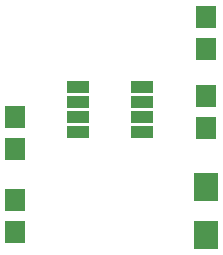
<source format=gbr>
G04 #@! TF.FileFunction,Soldermask,Top*
%FSLAX46Y46*%
G04 Gerber Fmt 4.6, Leading zero omitted, Abs format (unit mm)*
G04 Created by KiCad (PCBNEW 4.0.7) date 05/01/18 22:04:37*
%MOMM*%
%LPD*%
G01*
G04 APERTURE LIST*
%ADD10C,0.100000*%
%ADD11R,2.000000X2.400000*%
%ADD12R,1.700000X1.900000*%
%ADD13R,1.950000X1.000000*%
G04 APERTURE END LIST*
D10*
D11*
X174775000Y-100225000D03*
X174775000Y-104225000D03*
D12*
X158600000Y-104025000D03*
X158600000Y-101325000D03*
X174775000Y-85775000D03*
X174775000Y-88475000D03*
X174775000Y-92450000D03*
X174775000Y-95150000D03*
X158600000Y-94225000D03*
X158600000Y-96925000D03*
D13*
X163900000Y-91695000D03*
X163900000Y-92965000D03*
X163900000Y-94235000D03*
X163900000Y-95505000D03*
X169300000Y-95505000D03*
X169300000Y-94235000D03*
X169300000Y-92965000D03*
X169300000Y-91695000D03*
M02*

</source>
